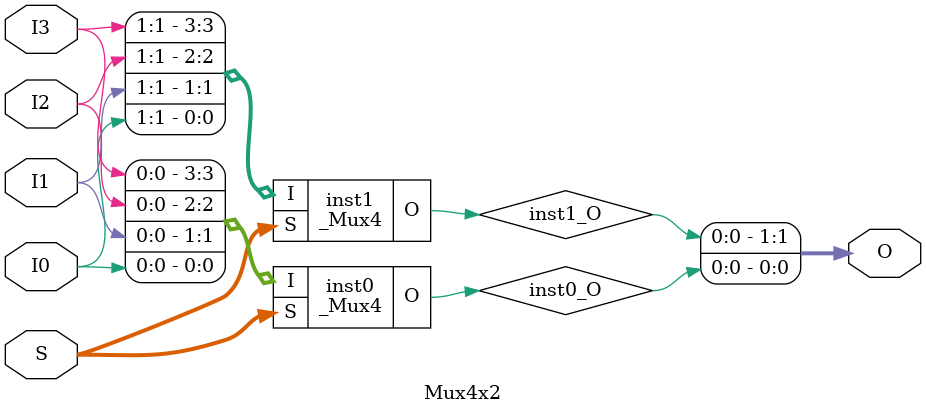
<source format=v>
module _Mux2 (input [1:0] I, input  S, output  O);
wire  inst0_out;
coreir_bitmux inst0 (.in0(I[0]), .in1(I[1]), .sel(S), .out(inst0_out));
assign O = inst0_out;
endmodule

module _Mux4 (input [3:0] I, input [1:0] S, output  O);
wire  inst0_O;
wire  inst1_O;
wire  inst2_O;
_Mux2 inst0 (.I({I[1],I[0]}), .S(S[0]), .O(inst0_O));
_Mux2 inst1 (.I({I[3],I[2]}), .S(S[0]), .O(inst1_O));
_Mux2 inst2 (.I({inst1_O,inst0_O}), .S(S[1]), .O(inst2_O));
assign O = inst2_O;
endmodule

module Mux4x2 (input [1:0] I0, input [1:0] I1, input [1:0] I2, input [1:0] I3, input [1:0] S, output [1:0] O);
wire  inst0_O;
wire  inst1_O;
_Mux4 inst0 (.I({I3[0],I2[0],I1[0],I0[0]}), .S(S), .O(inst0_O));
_Mux4 inst1 (.I({I3[1],I2[1],I1[1],I0[1]}), .S(S), .O(inst1_O));
assign O = {inst1_O,inst0_O};
endmodule


</source>
